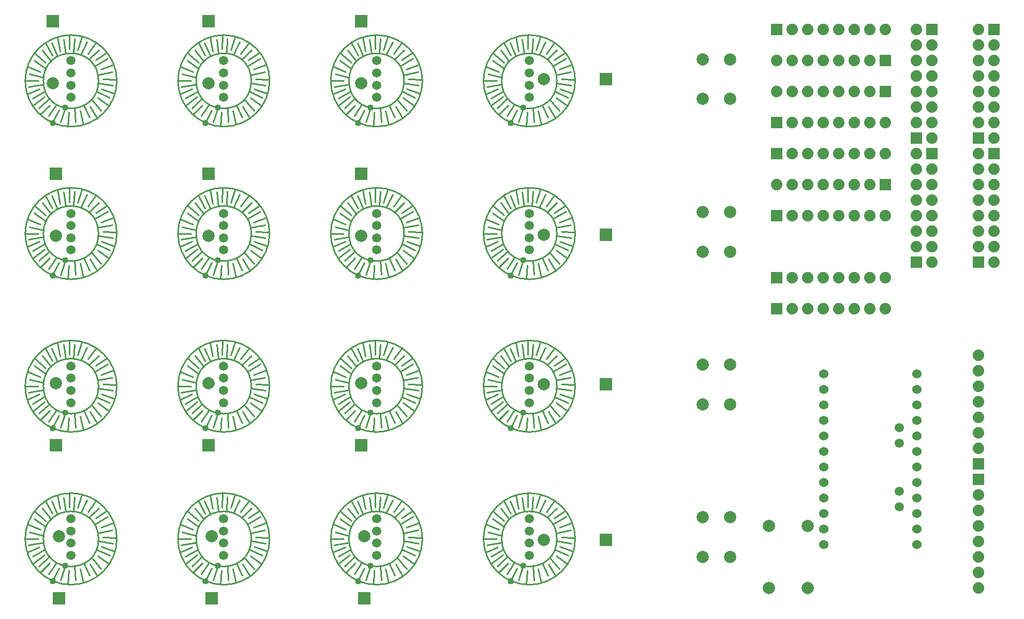
<source format=gts>
G04 #@! TF.FileFunction,Soldermask,Top*
%FSLAX46Y46*%
G04 Gerber Fmt 4.6, Leading zero omitted, Abs format (unit mm)*
G04 Created by KiCad (PCBNEW 4.0.4-stable) date 11/18/16 11:44:02*
%MOMM*%
%LPD*%
G01*
G04 APERTURE LIST*
%ADD10C,0.100000*%
%ADD11C,0.254000*%
%ADD12C,1.998980*%
%ADD13R,1.998980X1.998980*%
%ADD14R,1.879600X1.879600*%
%ADD15C,1.879600*%
%ADD16C,1.508000*%
%ADD17C,1.016000*%
%ADD18C,2.000000*%
%ADD19C,1.524000*%
%ADD20C,1.500000*%
G04 APERTURE END LIST*
D10*
D11*
X70760000Y-146090000D02*
X71520000Y-143720000D01*
X71990000Y-146770000D02*
X72130000Y-144480000D01*
X73250000Y-146060000D02*
X73100000Y-143760000D01*
X73970000Y-144190000D02*
X74480000Y-146470000D01*
X75520000Y-145310000D02*
X74580000Y-143310000D01*
X76780000Y-145420000D02*
X75630000Y-143470000D01*
X75840000Y-142350000D02*
X77420000Y-144220000D01*
X76870000Y-142060000D02*
X78720000Y-143400000D01*
X78810000Y-142040000D02*
X76750000Y-141050000D01*
X77450000Y-140590000D02*
X79630000Y-141350000D01*
X79340000Y-140010000D02*
X77010000Y-139660000D01*
X77710000Y-139010000D02*
X79940000Y-139080000D01*
X79260000Y-137860000D02*
X76910000Y-138320000D01*
X77380000Y-137450000D02*
X79430000Y-136670000D01*
X78480000Y-135670000D02*
X76340000Y-136920000D01*
X76560000Y-135930000D02*
X78340000Y-134730000D01*
X75400000Y-135840000D02*
X77020000Y-134290000D01*
X75280000Y-134860000D02*
X76580000Y-133110000D01*
X74070000Y-135070000D02*
X75120000Y-132940000D01*
X73620000Y-134250000D02*
X74300000Y-132130000D01*
X72930000Y-134790000D02*
X73090000Y-132430000D01*
X72230000Y-134130000D02*
X72260000Y-131840000D01*
X71640000Y-134830000D02*
X71320000Y-132490000D01*
X70680000Y-134410000D02*
X70260000Y-132170000D01*
X70320000Y-135270000D02*
X69350000Y-133100000D01*
X69450000Y-135160000D02*
X68360000Y-133130000D01*
X69230000Y-136110000D02*
X67800000Y-134290000D01*
X66580000Y-134770000D02*
X68360000Y-136330000D01*
X68400000Y-137300000D02*
X66490000Y-135960000D01*
X67480000Y-137800000D02*
X65460000Y-136960000D01*
X67990000Y-138740000D02*
X65710000Y-138200000D01*
X67130000Y-139300000D02*
X65010000Y-139300000D01*
X68020000Y-139880000D02*
X65550000Y-140290000D01*
X67320000Y-140620000D02*
X65350000Y-141480000D01*
X66220000Y-142150000D02*
X68200000Y-141040000D01*
X66260000Y-143340000D02*
X68140000Y-141890000D01*
X67260000Y-143740000D02*
X68980000Y-142180000D01*
X67490000Y-144820000D02*
X69000000Y-143300000D01*
X68840000Y-145070000D02*
X70070000Y-143210000D01*
X69470000Y-146140000D02*
X70500000Y-144080000D01*
X70760000Y-121090000D02*
X71520000Y-118720000D01*
X71990000Y-121770000D02*
X72130000Y-119480000D01*
X73250000Y-121060000D02*
X73100000Y-118760000D01*
X73970000Y-119190000D02*
X74480000Y-121470000D01*
X75520000Y-120310000D02*
X74580000Y-118310000D01*
X76780000Y-120420000D02*
X75630000Y-118470000D01*
X75840000Y-117350000D02*
X77420000Y-119220000D01*
X76870000Y-117060000D02*
X78720000Y-118400000D01*
X78810000Y-117040000D02*
X76750000Y-116050000D01*
X77450000Y-115590000D02*
X79630000Y-116350000D01*
X79340000Y-115010000D02*
X77010000Y-114660000D01*
X77710000Y-114010000D02*
X79940000Y-114080000D01*
X79260000Y-112860000D02*
X76910000Y-113320000D01*
X77380000Y-112450000D02*
X79430000Y-111670000D01*
X78480000Y-110670000D02*
X76340000Y-111920000D01*
X76560000Y-110930000D02*
X78340000Y-109730000D01*
X75400000Y-110840000D02*
X77020000Y-109290000D01*
X75280000Y-109860000D02*
X76580000Y-108110000D01*
X74070000Y-110070000D02*
X75120000Y-107940000D01*
X73620000Y-109250000D02*
X74300000Y-107130000D01*
X72930000Y-109790000D02*
X73090000Y-107430000D01*
X72230000Y-109130000D02*
X72260000Y-106840000D01*
X71640000Y-109830000D02*
X71320000Y-107490000D01*
X70680000Y-109410000D02*
X70260000Y-107170000D01*
X70320000Y-110270000D02*
X69350000Y-108100000D01*
X69450000Y-110160000D02*
X68360000Y-108130000D01*
X69230000Y-111110000D02*
X67800000Y-109290000D01*
X66580000Y-109770000D02*
X68360000Y-111330000D01*
X68400000Y-112300000D02*
X66490000Y-110960000D01*
X67480000Y-112800000D02*
X65460000Y-111960000D01*
X67990000Y-113740000D02*
X65710000Y-113200000D01*
X67130000Y-114300000D02*
X65010000Y-114300000D01*
X68020000Y-114880000D02*
X65550000Y-115290000D01*
X67320000Y-115620000D02*
X65350000Y-116480000D01*
X66220000Y-117150000D02*
X68200000Y-116040000D01*
X66260000Y-118340000D02*
X68140000Y-116890000D01*
X67260000Y-118740000D02*
X68980000Y-117180000D01*
X67490000Y-119820000D02*
X69000000Y-118300000D01*
X68840000Y-120070000D02*
X70070000Y-118210000D01*
X69470000Y-121140000D02*
X70500000Y-119080000D01*
X95760000Y-146090000D02*
X96520000Y-143720000D01*
X96990000Y-146770000D02*
X97130000Y-144480000D01*
X98250000Y-146060000D02*
X98100000Y-143760000D01*
X98970000Y-144190000D02*
X99480000Y-146470000D01*
X100520000Y-145310000D02*
X99580000Y-143310000D01*
X101780000Y-145420000D02*
X100630000Y-143470000D01*
X100840000Y-142350000D02*
X102420000Y-144220000D01*
X101870000Y-142060000D02*
X103720000Y-143400000D01*
X103810000Y-142040000D02*
X101750000Y-141050000D01*
X102450000Y-140590000D02*
X104630000Y-141350000D01*
X104340000Y-140010000D02*
X102010000Y-139660000D01*
X102710000Y-139010000D02*
X104940000Y-139080000D01*
X104260000Y-137860000D02*
X101910000Y-138320000D01*
X102380000Y-137450000D02*
X104430000Y-136670000D01*
X103480000Y-135670000D02*
X101340000Y-136920000D01*
X101560000Y-135930000D02*
X103340000Y-134730000D01*
X100400000Y-135840000D02*
X102020000Y-134290000D01*
X100280000Y-134860000D02*
X101580000Y-133110000D01*
X99070000Y-135070000D02*
X100120000Y-132940000D01*
X98620000Y-134250000D02*
X99300000Y-132130000D01*
X97930000Y-134790000D02*
X98090000Y-132430000D01*
X97230000Y-134130000D02*
X97260000Y-131840000D01*
X96640000Y-134830000D02*
X96320000Y-132490000D01*
X95680000Y-134410000D02*
X95260000Y-132170000D01*
X95320000Y-135270000D02*
X94350000Y-133100000D01*
X94450000Y-135160000D02*
X93360000Y-133130000D01*
X94230000Y-136110000D02*
X92800000Y-134290000D01*
X91580000Y-134770000D02*
X93360000Y-136330000D01*
X93400000Y-137300000D02*
X91490000Y-135960000D01*
X92480000Y-137800000D02*
X90460000Y-136960000D01*
X92990000Y-138740000D02*
X90710000Y-138200000D01*
X92130000Y-139300000D02*
X90010000Y-139300000D01*
X93020000Y-139880000D02*
X90550000Y-140290000D01*
X92320000Y-140620000D02*
X90350000Y-141480000D01*
X91220000Y-142150000D02*
X93200000Y-141040000D01*
X91260000Y-143340000D02*
X93140000Y-141890000D01*
X92260000Y-143740000D02*
X93980000Y-142180000D01*
X92490000Y-144820000D02*
X94000000Y-143300000D01*
X93840000Y-145070000D02*
X95070000Y-143210000D01*
X94470000Y-146140000D02*
X95500000Y-144080000D01*
X95760000Y-121090000D02*
X96520000Y-118720000D01*
X96990000Y-121770000D02*
X97130000Y-119480000D01*
X98250000Y-121060000D02*
X98100000Y-118760000D01*
X98970000Y-119190000D02*
X99480000Y-121470000D01*
X100520000Y-120310000D02*
X99580000Y-118310000D01*
X101780000Y-120420000D02*
X100630000Y-118470000D01*
X100840000Y-117350000D02*
X102420000Y-119220000D01*
X101870000Y-117060000D02*
X103720000Y-118400000D01*
X103810000Y-117040000D02*
X101750000Y-116050000D01*
X102450000Y-115590000D02*
X104630000Y-116350000D01*
X104340000Y-115010000D02*
X102010000Y-114660000D01*
X102710000Y-114010000D02*
X104940000Y-114080000D01*
X104260000Y-112860000D02*
X101910000Y-113320000D01*
X102380000Y-112450000D02*
X104430000Y-111670000D01*
X103480000Y-110670000D02*
X101340000Y-111920000D01*
X101560000Y-110930000D02*
X103340000Y-109730000D01*
X100400000Y-110840000D02*
X102020000Y-109290000D01*
X100280000Y-109860000D02*
X101580000Y-108110000D01*
X99070000Y-110070000D02*
X100120000Y-107940000D01*
X98620000Y-109250000D02*
X99300000Y-107130000D01*
X97930000Y-109790000D02*
X98090000Y-107430000D01*
X97230000Y-109130000D02*
X97260000Y-106840000D01*
X96640000Y-109830000D02*
X96320000Y-107490000D01*
X95680000Y-109410000D02*
X95260000Y-107170000D01*
X95320000Y-110270000D02*
X94350000Y-108100000D01*
X94450000Y-110160000D02*
X93360000Y-108130000D01*
X94230000Y-111110000D02*
X92800000Y-109290000D01*
X91580000Y-109770000D02*
X93360000Y-111330000D01*
X93400000Y-112300000D02*
X91490000Y-110960000D01*
X92480000Y-112800000D02*
X90460000Y-111960000D01*
X92990000Y-113740000D02*
X90710000Y-113200000D01*
X92130000Y-114300000D02*
X90010000Y-114300000D01*
X93020000Y-114880000D02*
X90550000Y-115290000D01*
X92320000Y-115620000D02*
X90350000Y-116480000D01*
X91220000Y-117150000D02*
X93200000Y-116040000D01*
X91260000Y-118340000D02*
X93140000Y-116890000D01*
X92260000Y-118740000D02*
X93980000Y-117180000D01*
X92490000Y-119820000D02*
X94000000Y-118300000D01*
X93840000Y-120070000D02*
X95070000Y-118210000D01*
X94470000Y-121140000D02*
X95500000Y-119080000D01*
X77000600Y-139300000D02*
G75*
G03X77000600Y-139300000I-4510600J0D01*
G01*
X79999800Y-139300000D02*
G75*
G03X79999800Y-139300000I-7499800J0D01*
G01*
X77000600Y-114300000D02*
G75*
G03X77000600Y-114300000I-4510600J0D01*
G01*
X79999800Y-114300000D02*
G75*
G03X79999800Y-114300000I-7499800J0D01*
G01*
X102000600Y-139300000D02*
G75*
G03X102000600Y-139300000I-4510600J0D01*
G01*
X104999800Y-139300000D02*
G75*
G03X104999800Y-139300000I-7499800J0D01*
G01*
X102000600Y-114300000D02*
G75*
G03X102000600Y-114300000I-4510600J0D01*
G01*
X104999800Y-114300000D02*
G75*
G03X104999800Y-114300000I-7499800J0D01*
G01*
X70760000Y-96090000D02*
X71520000Y-93720000D01*
X71990000Y-96770000D02*
X72130000Y-94480000D01*
X73250000Y-96060000D02*
X73100000Y-93760000D01*
X73970000Y-94190000D02*
X74480000Y-96470000D01*
X75520000Y-95310000D02*
X74580000Y-93310000D01*
X76780000Y-95420000D02*
X75630000Y-93470000D01*
X75840000Y-92350000D02*
X77420000Y-94220000D01*
X76870000Y-92060000D02*
X78720000Y-93400000D01*
X78810000Y-92040000D02*
X76750000Y-91050000D01*
X77450000Y-90590000D02*
X79630000Y-91350000D01*
X79340000Y-90010000D02*
X77010000Y-89660000D01*
X77710000Y-89010000D02*
X79940000Y-89080000D01*
X79260000Y-87860000D02*
X76910000Y-88320000D01*
X77380000Y-87450000D02*
X79430000Y-86670000D01*
X78480000Y-85670000D02*
X76340000Y-86920000D01*
X76560000Y-85930000D02*
X78340000Y-84730000D01*
X75400000Y-85840000D02*
X77020000Y-84290000D01*
X75280000Y-84860000D02*
X76580000Y-83110000D01*
X74070000Y-85070000D02*
X75120000Y-82940000D01*
X73620000Y-84250000D02*
X74300000Y-82130000D01*
X72930000Y-84790000D02*
X73090000Y-82430000D01*
X72230000Y-84130000D02*
X72260000Y-81840000D01*
X71640000Y-84830000D02*
X71320000Y-82490000D01*
X70680000Y-84410000D02*
X70260000Y-82170000D01*
X70320000Y-85270000D02*
X69350000Y-83100000D01*
X69450000Y-85160000D02*
X68360000Y-83130000D01*
X69230000Y-86110000D02*
X67800000Y-84290000D01*
X66580000Y-84770000D02*
X68360000Y-86330000D01*
X68400000Y-87300000D02*
X66490000Y-85960000D01*
X67480000Y-87800000D02*
X65460000Y-86960000D01*
X67990000Y-88740000D02*
X65710000Y-88200000D01*
X67130000Y-89300000D02*
X65010000Y-89300000D01*
X68020000Y-89880000D02*
X65550000Y-90290000D01*
X67320000Y-90620000D02*
X65350000Y-91480000D01*
X66220000Y-92150000D02*
X68200000Y-91040000D01*
X66260000Y-93340000D02*
X68140000Y-91890000D01*
X67260000Y-93740000D02*
X68980000Y-92180000D01*
X67490000Y-94820000D02*
X69000000Y-93300000D01*
X68840000Y-95070000D02*
X70070000Y-93210000D01*
X69470000Y-96140000D02*
X70500000Y-94080000D01*
X70760000Y-71090000D02*
X71520000Y-68720000D01*
X71990000Y-71770000D02*
X72130000Y-69480000D01*
X73250000Y-71060000D02*
X73100000Y-68760000D01*
X73970000Y-69190000D02*
X74480000Y-71470000D01*
X75520000Y-70310000D02*
X74580000Y-68310000D01*
X76780000Y-70420000D02*
X75630000Y-68470000D01*
X75840000Y-67350000D02*
X77420000Y-69220000D01*
X76870000Y-67060000D02*
X78720000Y-68400000D01*
X78810000Y-67040000D02*
X76750000Y-66050000D01*
X77450000Y-65590000D02*
X79630000Y-66350000D01*
X79340000Y-65010000D02*
X77010000Y-64660000D01*
X77710000Y-64010000D02*
X79940000Y-64080000D01*
X79260000Y-62860000D02*
X76910000Y-63320000D01*
X77380000Y-62450000D02*
X79430000Y-61670000D01*
X78480000Y-60670000D02*
X76340000Y-61920000D01*
X76560000Y-60930000D02*
X78340000Y-59730000D01*
X75400000Y-60840000D02*
X77020000Y-59290000D01*
X75280000Y-59860000D02*
X76580000Y-58110000D01*
X74070000Y-60070000D02*
X75120000Y-57940000D01*
X73620000Y-59250000D02*
X74300000Y-57130000D01*
X72930000Y-59790000D02*
X73090000Y-57430000D01*
X72230000Y-59130000D02*
X72260000Y-56840000D01*
X71640000Y-59830000D02*
X71320000Y-57490000D01*
X70680000Y-59410000D02*
X70260000Y-57170000D01*
X70320000Y-60270000D02*
X69350000Y-58100000D01*
X69450000Y-60160000D02*
X68360000Y-58130000D01*
X69230000Y-61110000D02*
X67800000Y-59290000D01*
X66580000Y-59770000D02*
X68360000Y-61330000D01*
X68400000Y-62300000D02*
X66490000Y-60960000D01*
X67480000Y-62800000D02*
X65460000Y-61960000D01*
X67990000Y-63740000D02*
X65710000Y-63200000D01*
X67130000Y-64300000D02*
X65010000Y-64300000D01*
X68020000Y-64880000D02*
X65550000Y-65290000D01*
X67320000Y-65620000D02*
X65350000Y-66480000D01*
X66220000Y-67150000D02*
X68200000Y-66040000D01*
X66260000Y-68340000D02*
X68140000Y-66890000D01*
X67260000Y-68740000D02*
X68980000Y-67180000D01*
X67490000Y-69820000D02*
X69000000Y-68300000D01*
X68840000Y-70070000D02*
X70070000Y-68210000D01*
X69470000Y-71140000D02*
X70500000Y-69080000D01*
X95760000Y-96090000D02*
X96520000Y-93720000D01*
X96990000Y-96770000D02*
X97130000Y-94480000D01*
X98250000Y-96060000D02*
X98100000Y-93760000D01*
X98970000Y-94190000D02*
X99480000Y-96470000D01*
X100520000Y-95310000D02*
X99580000Y-93310000D01*
X101780000Y-95420000D02*
X100630000Y-93470000D01*
X100840000Y-92350000D02*
X102420000Y-94220000D01*
X101870000Y-92060000D02*
X103720000Y-93400000D01*
X103810000Y-92040000D02*
X101750000Y-91050000D01*
X102450000Y-90590000D02*
X104630000Y-91350000D01*
X104340000Y-90010000D02*
X102010000Y-89660000D01*
X102710000Y-89010000D02*
X104940000Y-89080000D01*
X104260000Y-87860000D02*
X101910000Y-88320000D01*
X102380000Y-87450000D02*
X104430000Y-86670000D01*
X103480000Y-85670000D02*
X101340000Y-86920000D01*
X101560000Y-85930000D02*
X103340000Y-84730000D01*
X100400000Y-85840000D02*
X102020000Y-84290000D01*
X100280000Y-84860000D02*
X101580000Y-83110000D01*
X99070000Y-85070000D02*
X100120000Y-82940000D01*
X98620000Y-84250000D02*
X99300000Y-82130000D01*
X97930000Y-84790000D02*
X98090000Y-82430000D01*
X97230000Y-84130000D02*
X97260000Y-81840000D01*
X96640000Y-84830000D02*
X96320000Y-82490000D01*
X95680000Y-84410000D02*
X95260000Y-82170000D01*
X95320000Y-85270000D02*
X94350000Y-83100000D01*
X94450000Y-85160000D02*
X93360000Y-83130000D01*
X94230000Y-86110000D02*
X92800000Y-84290000D01*
X91580000Y-84770000D02*
X93360000Y-86330000D01*
X93400000Y-87300000D02*
X91490000Y-85960000D01*
X92480000Y-87800000D02*
X90460000Y-86960000D01*
X92990000Y-88740000D02*
X90710000Y-88200000D01*
X92130000Y-89300000D02*
X90010000Y-89300000D01*
X93020000Y-89880000D02*
X90550000Y-90290000D01*
X92320000Y-90620000D02*
X90350000Y-91480000D01*
X91220000Y-92150000D02*
X93200000Y-91040000D01*
X91260000Y-93340000D02*
X93140000Y-91890000D01*
X92260000Y-93740000D02*
X93980000Y-92180000D01*
X92490000Y-94820000D02*
X94000000Y-93300000D01*
X93840000Y-95070000D02*
X95070000Y-93210000D01*
X94470000Y-96140000D02*
X95500000Y-94080000D01*
X95760000Y-71090000D02*
X96520000Y-68720000D01*
X96990000Y-71770000D02*
X97130000Y-69480000D01*
X98250000Y-71060000D02*
X98100000Y-68760000D01*
X98970000Y-69190000D02*
X99480000Y-71470000D01*
X100520000Y-70310000D02*
X99580000Y-68310000D01*
X101780000Y-70420000D02*
X100630000Y-68470000D01*
X100840000Y-67350000D02*
X102420000Y-69220000D01*
X101870000Y-67060000D02*
X103720000Y-68400000D01*
X103810000Y-67040000D02*
X101750000Y-66050000D01*
X102450000Y-65590000D02*
X104630000Y-66350000D01*
X104340000Y-65010000D02*
X102010000Y-64660000D01*
X102710000Y-64010000D02*
X104940000Y-64080000D01*
X104260000Y-62860000D02*
X101910000Y-63320000D01*
X102380000Y-62450000D02*
X104430000Y-61670000D01*
X103480000Y-60670000D02*
X101340000Y-61920000D01*
X101560000Y-60930000D02*
X103340000Y-59730000D01*
X100400000Y-60840000D02*
X102020000Y-59290000D01*
X100280000Y-59860000D02*
X101580000Y-58110000D01*
X99070000Y-60070000D02*
X100120000Y-57940000D01*
X98620000Y-59250000D02*
X99300000Y-57130000D01*
X97930000Y-59790000D02*
X98090000Y-57430000D01*
X97230000Y-59130000D02*
X97260000Y-56840000D01*
X96640000Y-59830000D02*
X96320000Y-57490000D01*
X95680000Y-59410000D02*
X95260000Y-57170000D01*
X95320000Y-60270000D02*
X94350000Y-58100000D01*
X94450000Y-60160000D02*
X93360000Y-58130000D01*
X94230000Y-61110000D02*
X92800000Y-59290000D01*
X91580000Y-59770000D02*
X93360000Y-61330000D01*
X93400000Y-62300000D02*
X91490000Y-60960000D01*
X92480000Y-62800000D02*
X90460000Y-61960000D01*
X92990000Y-63740000D02*
X90710000Y-63200000D01*
X92130000Y-64300000D02*
X90010000Y-64300000D01*
X93020000Y-64880000D02*
X90550000Y-65290000D01*
X92320000Y-65620000D02*
X90350000Y-66480000D01*
X91220000Y-67150000D02*
X93200000Y-66040000D01*
X91260000Y-68340000D02*
X93140000Y-66890000D01*
X92260000Y-68740000D02*
X93980000Y-67180000D01*
X92490000Y-69820000D02*
X94000000Y-68300000D01*
X93840000Y-70070000D02*
X95070000Y-68210000D01*
X94470000Y-71140000D02*
X95500000Y-69080000D01*
X77000600Y-89300000D02*
G75*
G03X77000600Y-89300000I-4510600J0D01*
G01*
X79999800Y-89300000D02*
G75*
G03X79999800Y-89300000I-7499800J0D01*
G01*
X77000600Y-64300000D02*
G75*
G03X77000600Y-64300000I-4510600J0D01*
G01*
X79999800Y-64300000D02*
G75*
G03X79999800Y-64300000I-7499800J0D01*
G01*
X102000600Y-89300000D02*
G75*
G03X102000600Y-89300000I-4510600J0D01*
G01*
X104999800Y-89300000D02*
G75*
G03X104999800Y-89300000I-7499800J0D01*
G01*
X102000600Y-64300000D02*
G75*
G03X102000600Y-64300000I-4510600J0D01*
G01*
X104999800Y-64300000D02*
G75*
G03X104999800Y-64300000I-7499800J0D01*
G01*
X120760000Y-146090000D02*
X121520000Y-143720000D01*
X121990000Y-146770000D02*
X122130000Y-144480000D01*
X123250000Y-146060000D02*
X123100000Y-143760000D01*
X123970000Y-144190000D02*
X124480000Y-146470000D01*
X125520000Y-145310000D02*
X124580000Y-143310000D01*
X126780000Y-145420000D02*
X125630000Y-143470000D01*
X125840000Y-142350000D02*
X127420000Y-144220000D01*
X126870000Y-142060000D02*
X128720000Y-143400000D01*
X128810000Y-142040000D02*
X126750000Y-141050000D01*
X127450000Y-140590000D02*
X129630000Y-141350000D01*
X129340000Y-140010000D02*
X127010000Y-139660000D01*
X127710000Y-139010000D02*
X129940000Y-139080000D01*
X129260000Y-137860000D02*
X126910000Y-138320000D01*
X127380000Y-137450000D02*
X129430000Y-136670000D01*
X128480000Y-135670000D02*
X126340000Y-136920000D01*
X126560000Y-135930000D02*
X128340000Y-134730000D01*
X125400000Y-135840000D02*
X127020000Y-134290000D01*
X125280000Y-134860000D02*
X126580000Y-133110000D01*
X124070000Y-135070000D02*
X125120000Y-132940000D01*
X123620000Y-134250000D02*
X124300000Y-132130000D01*
X122930000Y-134790000D02*
X123090000Y-132430000D01*
X122230000Y-134130000D02*
X122260000Y-131840000D01*
X121640000Y-134830000D02*
X121320000Y-132490000D01*
X120680000Y-134410000D02*
X120260000Y-132170000D01*
X120320000Y-135270000D02*
X119350000Y-133100000D01*
X119450000Y-135160000D02*
X118360000Y-133130000D01*
X119230000Y-136110000D02*
X117800000Y-134290000D01*
X116580000Y-134770000D02*
X118360000Y-136330000D01*
X118400000Y-137300000D02*
X116490000Y-135960000D01*
X117480000Y-137800000D02*
X115460000Y-136960000D01*
X117990000Y-138740000D02*
X115710000Y-138200000D01*
X117130000Y-139300000D02*
X115010000Y-139300000D01*
X118020000Y-139880000D02*
X115550000Y-140290000D01*
X117320000Y-140620000D02*
X115350000Y-141480000D01*
X116220000Y-142150000D02*
X118200000Y-141040000D01*
X116260000Y-143340000D02*
X118140000Y-141890000D01*
X117260000Y-143740000D02*
X118980000Y-142180000D01*
X117490000Y-144820000D02*
X119000000Y-143300000D01*
X118840000Y-145070000D02*
X120070000Y-143210000D01*
X119470000Y-146140000D02*
X120500000Y-144080000D01*
X120760000Y-121090000D02*
X121520000Y-118720000D01*
X121990000Y-121770000D02*
X122130000Y-119480000D01*
X123250000Y-121060000D02*
X123100000Y-118760000D01*
X123970000Y-119190000D02*
X124480000Y-121470000D01*
X125520000Y-120310000D02*
X124580000Y-118310000D01*
X126780000Y-120420000D02*
X125630000Y-118470000D01*
X125840000Y-117350000D02*
X127420000Y-119220000D01*
X126870000Y-117060000D02*
X128720000Y-118400000D01*
X128810000Y-117040000D02*
X126750000Y-116050000D01*
X127450000Y-115590000D02*
X129630000Y-116350000D01*
X129340000Y-115010000D02*
X127010000Y-114660000D01*
X127710000Y-114010000D02*
X129940000Y-114080000D01*
X129260000Y-112860000D02*
X126910000Y-113320000D01*
X127380000Y-112450000D02*
X129430000Y-111670000D01*
X128480000Y-110670000D02*
X126340000Y-111920000D01*
X126560000Y-110930000D02*
X128340000Y-109730000D01*
X125400000Y-110840000D02*
X127020000Y-109290000D01*
X125280000Y-109860000D02*
X126580000Y-108110000D01*
X124070000Y-110070000D02*
X125120000Y-107940000D01*
X123620000Y-109250000D02*
X124300000Y-107130000D01*
X122930000Y-109790000D02*
X123090000Y-107430000D01*
X122230000Y-109130000D02*
X122260000Y-106840000D01*
X121640000Y-109830000D02*
X121320000Y-107490000D01*
X120680000Y-109410000D02*
X120260000Y-107170000D01*
X120320000Y-110270000D02*
X119350000Y-108100000D01*
X119450000Y-110160000D02*
X118360000Y-108130000D01*
X119230000Y-111110000D02*
X117800000Y-109290000D01*
X116580000Y-109770000D02*
X118360000Y-111330000D01*
X118400000Y-112300000D02*
X116490000Y-110960000D01*
X117480000Y-112800000D02*
X115460000Y-111960000D01*
X117990000Y-113740000D02*
X115710000Y-113200000D01*
X117130000Y-114300000D02*
X115010000Y-114300000D01*
X118020000Y-114880000D02*
X115550000Y-115290000D01*
X117320000Y-115620000D02*
X115350000Y-116480000D01*
X116220000Y-117150000D02*
X118200000Y-116040000D01*
X116260000Y-118340000D02*
X118140000Y-116890000D01*
X117260000Y-118740000D02*
X118980000Y-117180000D01*
X117490000Y-119820000D02*
X119000000Y-118300000D01*
X118840000Y-120070000D02*
X120070000Y-118210000D01*
X119470000Y-121140000D02*
X120500000Y-119080000D01*
X145760000Y-146090000D02*
X146520000Y-143720000D01*
X146990000Y-146770000D02*
X147130000Y-144480000D01*
X148250000Y-146060000D02*
X148100000Y-143760000D01*
X148970000Y-144190000D02*
X149480000Y-146470000D01*
X150520000Y-145310000D02*
X149580000Y-143310000D01*
X151780000Y-145420000D02*
X150630000Y-143470000D01*
X150840000Y-142350000D02*
X152420000Y-144220000D01*
X151870000Y-142060000D02*
X153720000Y-143400000D01*
X153810000Y-142040000D02*
X151750000Y-141050000D01*
X152450000Y-140590000D02*
X154630000Y-141350000D01*
X154340000Y-140010000D02*
X152010000Y-139660000D01*
X152710000Y-139010000D02*
X154940000Y-139080000D01*
X154260000Y-137860000D02*
X151910000Y-138320000D01*
X152380000Y-137450000D02*
X154430000Y-136670000D01*
X153480000Y-135670000D02*
X151340000Y-136920000D01*
X151560000Y-135930000D02*
X153340000Y-134730000D01*
X150400000Y-135840000D02*
X152020000Y-134290000D01*
X150280000Y-134860000D02*
X151580000Y-133110000D01*
X149070000Y-135070000D02*
X150120000Y-132940000D01*
X148620000Y-134250000D02*
X149300000Y-132130000D01*
X147930000Y-134790000D02*
X148090000Y-132430000D01*
X147230000Y-134130000D02*
X147260000Y-131840000D01*
X146640000Y-134830000D02*
X146320000Y-132490000D01*
X145680000Y-134410000D02*
X145260000Y-132170000D01*
X145320000Y-135270000D02*
X144350000Y-133100000D01*
X144450000Y-135160000D02*
X143360000Y-133130000D01*
X144230000Y-136110000D02*
X142800000Y-134290000D01*
X141580000Y-134770000D02*
X143360000Y-136330000D01*
X143400000Y-137300000D02*
X141490000Y-135960000D01*
X142480000Y-137800000D02*
X140460000Y-136960000D01*
X142990000Y-138740000D02*
X140710000Y-138200000D01*
X142130000Y-139300000D02*
X140010000Y-139300000D01*
X143020000Y-139880000D02*
X140550000Y-140290000D01*
X142320000Y-140620000D02*
X140350000Y-141480000D01*
X141220000Y-142150000D02*
X143200000Y-141040000D01*
X141260000Y-143340000D02*
X143140000Y-141890000D01*
X142260000Y-143740000D02*
X143980000Y-142180000D01*
X142490000Y-144820000D02*
X144000000Y-143300000D01*
X143840000Y-145070000D02*
X145070000Y-143210000D01*
X144470000Y-146140000D02*
X145500000Y-144080000D01*
X145760000Y-121090000D02*
X146520000Y-118720000D01*
X146990000Y-121770000D02*
X147130000Y-119480000D01*
X148250000Y-121060000D02*
X148100000Y-118760000D01*
X148970000Y-119190000D02*
X149480000Y-121470000D01*
X150520000Y-120310000D02*
X149580000Y-118310000D01*
X151780000Y-120420000D02*
X150630000Y-118470000D01*
X150840000Y-117350000D02*
X152420000Y-119220000D01*
X151870000Y-117060000D02*
X153720000Y-118400000D01*
X153810000Y-117040000D02*
X151750000Y-116050000D01*
X152450000Y-115590000D02*
X154630000Y-116350000D01*
X154340000Y-115010000D02*
X152010000Y-114660000D01*
X152710000Y-114010000D02*
X154940000Y-114080000D01*
X154260000Y-112860000D02*
X151910000Y-113320000D01*
X152380000Y-112450000D02*
X154430000Y-111670000D01*
X153480000Y-110670000D02*
X151340000Y-111920000D01*
X151560000Y-110930000D02*
X153340000Y-109730000D01*
X150400000Y-110840000D02*
X152020000Y-109290000D01*
X150280000Y-109860000D02*
X151580000Y-108110000D01*
X149070000Y-110070000D02*
X150120000Y-107940000D01*
X148620000Y-109250000D02*
X149300000Y-107130000D01*
X147930000Y-109790000D02*
X148090000Y-107430000D01*
X147230000Y-109130000D02*
X147260000Y-106840000D01*
X146640000Y-109830000D02*
X146320000Y-107490000D01*
X145680000Y-109410000D02*
X145260000Y-107170000D01*
X145320000Y-110270000D02*
X144350000Y-108100000D01*
X144450000Y-110160000D02*
X143360000Y-108130000D01*
X144230000Y-111110000D02*
X142800000Y-109290000D01*
X141580000Y-109770000D02*
X143360000Y-111330000D01*
X143400000Y-112300000D02*
X141490000Y-110960000D01*
X142480000Y-112800000D02*
X140460000Y-111960000D01*
X142990000Y-113740000D02*
X140710000Y-113200000D01*
X142130000Y-114300000D02*
X140010000Y-114300000D01*
X143020000Y-114880000D02*
X140550000Y-115290000D01*
X142320000Y-115620000D02*
X140350000Y-116480000D01*
X141220000Y-117150000D02*
X143200000Y-116040000D01*
X141260000Y-118340000D02*
X143140000Y-116890000D01*
X142260000Y-118740000D02*
X143980000Y-117180000D01*
X142490000Y-119820000D02*
X144000000Y-118300000D01*
X143840000Y-120070000D02*
X145070000Y-118210000D01*
X144470000Y-121140000D02*
X145500000Y-119080000D01*
X127000600Y-139300000D02*
G75*
G03X127000600Y-139300000I-4510600J0D01*
G01*
X129999800Y-139300000D02*
G75*
G03X129999800Y-139300000I-7499800J0D01*
G01*
X127000600Y-114300000D02*
G75*
G03X127000600Y-114300000I-4510600J0D01*
G01*
X129999800Y-114300000D02*
G75*
G03X129999800Y-114300000I-7499800J0D01*
G01*
X152000600Y-139300000D02*
G75*
G03X152000600Y-139300000I-4510600J0D01*
G01*
X154999800Y-139300000D02*
G75*
G03X154999800Y-139300000I-7499800J0D01*
G01*
X152000600Y-114300000D02*
G75*
G03X152000600Y-114300000I-4510600J0D01*
G01*
X154999800Y-114300000D02*
G75*
G03X154999800Y-114300000I-7499800J0D01*
G01*
X120760000Y-96090000D02*
X121520000Y-93720000D01*
X121990000Y-96770000D02*
X122130000Y-94480000D01*
X123250000Y-96060000D02*
X123100000Y-93760000D01*
X123970000Y-94190000D02*
X124480000Y-96470000D01*
X125520000Y-95310000D02*
X124580000Y-93310000D01*
X126780000Y-95420000D02*
X125630000Y-93470000D01*
X125840000Y-92350000D02*
X127420000Y-94220000D01*
X126870000Y-92060000D02*
X128720000Y-93400000D01*
X128810000Y-92040000D02*
X126750000Y-91050000D01*
X127450000Y-90590000D02*
X129630000Y-91350000D01*
X129340000Y-90010000D02*
X127010000Y-89660000D01*
X127710000Y-89010000D02*
X129940000Y-89080000D01*
X129260000Y-87860000D02*
X126910000Y-88320000D01*
X127380000Y-87450000D02*
X129430000Y-86670000D01*
X128480000Y-85670000D02*
X126340000Y-86920000D01*
X126560000Y-85930000D02*
X128340000Y-84730000D01*
X125400000Y-85840000D02*
X127020000Y-84290000D01*
X125280000Y-84860000D02*
X126580000Y-83110000D01*
X124070000Y-85070000D02*
X125120000Y-82940000D01*
X123620000Y-84250000D02*
X124300000Y-82130000D01*
X122930000Y-84790000D02*
X123090000Y-82430000D01*
X122230000Y-84130000D02*
X122260000Y-81840000D01*
X121640000Y-84830000D02*
X121320000Y-82490000D01*
X120680000Y-84410000D02*
X120260000Y-82170000D01*
X120320000Y-85270000D02*
X119350000Y-83100000D01*
X119450000Y-85160000D02*
X118360000Y-83130000D01*
X119230000Y-86110000D02*
X117800000Y-84290000D01*
X116580000Y-84770000D02*
X118360000Y-86330000D01*
X118400000Y-87300000D02*
X116490000Y-85960000D01*
X117480000Y-87800000D02*
X115460000Y-86960000D01*
X117990000Y-88740000D02*
X115710000Y-88200000D01*
X117130000Y-89300000D02*
X115010000Y-89300000D01*
X118020000Y-89880000D02*
X115550000Y-90290000D01*
X117320000Y-90620000D02*
X115350000Y-91480000D01*
X116220000Y-92150000D02*
X118200000Y-91040000D01*
X116260000Y-93340000D02*
X118140000Y-91890000D01*
X117260000Y-93740000D02*
X118980000Y-92180000D01*
X117490000Y-94820000D02*
X119000000Y-93300000D01*
X118840000Y-95070000D02*
X120070000Y-93210000D01*
X119470000Y-96140000D02*
X120500000Y-94080000D01*
X120760000Y-71090000D02*
X121520000Y-68720000D01*
X121990000Y-71770000D02*
X122130000Y-69480000D01*
X123250000Y-71060000D02*
X123100000Y-68760000D01*
X123970000Y-69190000D02*
X124480000Y-71470000D01*
X125520000Y-70310000D02*
X124580000Y-68310000D01*
X126780000Y-70420000D02*
X125630000Y-68470000D01*
X125840000Y-67350000D02*
X127420000Y-69220000D01*
X126870000Y-67060000D02*
X128720000Y-68400000D01*
X128810000Y-67040000D02*
X126750000Y-66050000D01*
X127450000Y-65590000D02*
X129630000Y-66350000D01*
X129340000Y-65010000D02*
X127010000Y-64660000D01*
X127710000Y-64010000D02*
X129940000Y-64080000D01*
X129260000Y-62860000D02*
X126910000Y-63320000D01*
X127380000Y-62450000D02*
X129430000Y-61670000D01*
X128480000Y-60670000D02*
X126340000Y-61920000D01*
X126560000Y-60930000D02*
X128340000Y-59730000D01*
X125400000Y-60840000D02*
X127020000Y-59290000D01*
X125280000Y-59860000D02*
X126580000Y-58110000D01*
X124070000Y-60070000D02*
X125120000Y-57940000D01*
X123620000Y-59250000D02*
X124300000Y-57130000D01*
X122930000Y-59790000D02*
X123090000Y-57430000D01*
X122230000Y-59130000D02*
X122260000Y-56840000D01*
X121640000Y-59830000D02*
X121320000Y-57490000D01*
X120680000Y-59410000D02*
X120260000Y-57170000D01*
X120320000Y-60270000D02*
X119350000Y-58100000D01*
X119450000Y-60160000D02*
X118360000Y-58130000D01*
X119230000Y-61110000D02*
X117800000Y-59290000D01*
X116580000Y-59770000D02*
X118360000Y-61330000D01*
X118400000Y-62300000D02*
X116490000Y-60960000D01*
X117480000Y-62800000D02*
X115460000Y-61960000D01*
X117990000Y-63740000D02*
X115710000Y-63200000D01*
X117130000Y-64300000D02*
X115010000Y-64300000D01*
X118020000Y-64880000D02*
X115550000Y-65290000D01*
X117320000Y-65620000D02*
X115350000Y-66480000D01*
X116220000Y-67150000D02*
X118200000Y-66040000D01*
X116260000Y-68340000D02*
X118140000Y-66890000D01*
X117260000Y-68740000D02*
X118980000Y-67180000D01*
X117490000Y-69820000D02*
X119000000Y-68300000D01*
X118840000Y-70070000D02*
X120070000Y-68210000D01*
X119470000Y-71140000D02*
X120500000Y-69080000D01*
X145760000Y-96090000D02*
X146520000Y-93720000D01*
X146990000Y-96770000D02*
X147130000Y-94480000D01*
X148250000Y-96060000D02*
X148100000Y-93760000D01*
X148970000Y-94190000D02*
X149480000Y-96470000D01*
X150520000Y-95310000D02*
X149580000Y-93310000D01*
X151780000Y-95420000D02*
X150630000Y-93470000D01*
X150840000Y-92350000D02*
X152420000Y-94220000D01*
X151870000Y-92060000D02*
X153720000Y-93400000D01*
X153810000Y-92040000D02*
X151750000Y-91050000D01*
X152450000Y-90590000D02*
X154630000Y-91350000D01*
X154340000Y-90010000D02*
X152010000Y-89660000D01*
X152710000Y-89010000D02*
X154940000Y-89080000D01*
X154260000Y-87860000D02*
X151910000Y-88320000D01*
X152380000Y-87450000D02*
X154430000Y-86670000D01*
X153480000Y-85670000D02*
X151340000Y-86920000D01*
X151560000Y-85930000D02*
X153340000Y-84730000D01*
X150400000Y-85840000D02*
X152020000Y-84290000D01*
X150280000Y-84860000D02*
X151580000Y-83110000D01*
X149070000Y-85070000D02*
X150120000Y-82940000D01*
X148620000Y-84250000D02*
X149300000Y-82130000D01*
X147930000Y-84790000D02*
X148090000Y-82430000D01*
X147230000Y-84130000D02*
X147260000Y-81840000D01*
X146640000Y-84830000D02*
X146320000Y-82490000D01*
X145680000Y-84410000D02*
X145260000Y-82170000D01*
X145320000Y-85270000D02*
X144350000Y-83100000D01*
X144450000Y-85160000D02*
X143360000Y-83130000D01*
X144230000Y-86110000D02*
X142800000Y-84290000D01*
X141580000Y-84770000D02*
X143360000Y-86330000D01*
X143400000Y-87300000D02*
X141490000Y-85960000D01*
X142480000Y-87800000D02*
X140460000Y-86960000D01*
X142990000Y-88740000D02*
X140710000Y-88200000D01*
X142130000Y-89300000D02*
X140010000Y-89300000D01*
X143020000Y-89880000D02*
X140550000Y-90290000D01*
X142320000Y-90620000D02*
X140350000Y-91480000D01*
X141220000Y-92150000D02*
X143200000Y-91040000D01*
X141260000Y-93340000D02*
X143140000Y-91890000D01*
X142260000Y-93740000D02*
X143980000Y-92180000D01*
X142490000Y-94820000D02*
X144000000Y-93300000D01*
X143840000Y-95070000D02*
X145070000Y-93210000D01*
X144470000Y-96140000D02*
X145500000Y-94080000D01*
X145760000Y-71090000D02*
X146520000Y-68720000D01*
X146990000Y-71770000D02*
X147130000Y-69480000D01*
X148250000Y-71060000D02*
X148100000Y-68760000D01*
X148970000Y-69190000D02*
X149480000Y-71470000D01*
X150520000Y-70310000D02*
X149580000Y-68310000D01*
X151780000Y-70420000D02*
X150630000Y-68470000D01*
X150840000Y-67350000D02*
X152420000Y-69220000D01*
X151870000Y-67060000D02*
X153720000Y-68400000D01*
X153810000Y-67040000D02*
X151750000Y-66050000D01*
X152450000Y-65590000D02*
X154630000Y-66350000D01*
X154340000Y-65010000D02*
X152010000Y-64660000D01*
X152710000Y-64010000D02*
X154940000Y-64080000D01*
X154260000Y-62860000D02*
X151910000Y-63320000D01*
X152380000Y-62450000D02*
X154430000Y-61670000D01*
X153480000Y-60670000D02*
X151340000Y-61920000D01*
X151560000Y-60930000D02*
X153340000Y-59730000D01*
X150400000Y-60840000D02*
X152020000Y-59290000D01*
X150280000Y-59860000D02*
X151580000Y-58110000D01*
X149070000Y-60070000D02*
X150120000Y-57940000D01*
X148620000Y-59250000D02*
X149300000Y-57130000D01*
X147930000Y-59790000D02*
X148090000Y-57430000D01*
X147230000Y-59130000D02*
X147260000Y-56840000D01*
X146640000Y-59830000D02*
X146320000Y-57490000D01*
X145680000Y-59410000D02*
X145260000Y-57170000D01*
X145320000Y-60270000D02*
X144350000Y-58100000D01*
X144450000Y-60160000D02*
X143360000Y-58130000D01*
X144230000Y-61110000D02*
X142800000Y-59290000D01*
X141580000Y-59770000D02*
X143360000Y-61330000D01*
X143400000Y-62300000D02*
X141490000Y-60960000D01*
X142480000Y-62800000D02*
X140460000Y-61960000D01*
X142990000Y-63740000D02*
X140710000Y-63200000D01*
X142130000Y-64300000D02*
X140010000Y-64300000D01*
X143020000Y-64880000D02*
X140550000Y-65290000D01*
X142320000Y-65620000D02*
X140350000Y-66480000D01*
X141220000Y-67150000D02*
X143200000Y-66040000D01*
X141260000Y-68340000D02*
X143140000Y-66890000D01*
X142260000Y-68740000D02*
X143980000Y-67180000D01*
X142490000Y-69820000D02*
X144000000Y-68300000D01*
X143840000Y-70070000D02*
X145070000Y-68210000D01*
X144470000Y-71140000D02*
X145500000Y-69080000D01*
X127000600Y-89300000D02*
G75*
G03X127000600Y-89300000I-4510600J0D01*
G01*
X129999800Y-89300000D02*
G75*
G03X129999800Y-89300000I-7499800J0D01*
G01*
X127000600Y-64300000D02*
G75*
G03X127000600Y-64300000I-4510600J0D01*
G01*
X129999800Y-64300000D02*
G75*
G03X129999800Y-64300000I-7499800J0D01*
G01*
X152000600Y-89300000D02*
G75*
G03X152000600Y-89300000I-4510600J0D01*
G01*
X154999800Y-89300000D02*
G75*
G03X154999800Y-89300000I-7499800J0D01*
G01*
X152000600Y-64300000D02*
G75*
G03X152000600Y-64300000I-4510600J0D01*
G01*
X154999800Y-64300000D02*
G75*
G03X154999800Y-64300000I-7499800J0D01*
G01*
D12*
X70502540Y-138840000D03*
D13*
X70502540Y-149000000D03*
D12*
X70005040Y-113840000D03*
D13*
X70005040Y-124000000D03*
D12*
X69999960Y-89660000D03*
D13*
X69999960Y-79500000D03*
D12*
X69499960Y-64660000D03*
D13*
X69499960Y-54500000D03*
D12*
X95500040Y-138840000D03*
D13*
X95500040Y-149000000D03*
D12*
X95002540Y-113840000D03*
D13*
X95002540Y-124000000D03*
D12*
X94994960Y-89660000D03*
D13*
X94994960Y-79500000D03*
D12*
X94999960Y-64660000D03*
D13*
X94999960Y-54500000D03*
D12*
X120502540Y-138840000D03*
D13*
X120502540Y-149000000D03*
D12*
X120002540Y-113840000D03*
D13*
X120002540Y-124000000D03*
D12*
X119997460Y-89660000D03*
D13*
X119997460Y-79500000D03*
D12*
X120000460Y-64660000D03*
D13*
X120000460Y-54500000D03*
D12*
X149840000Y-139497460D03*
D13*
X160000000Y-139497460D03*
D12*
X149840000Y-114000460D03*
D13*
X160000000Y-114000460D03*
D12*
X149840000Y-89497460D03*
D13*
X160000000Y-89497460D03*
D12*
X149840000Y-63997460D03*
D13*
X160000000Y-63997460D03*
D14*
X213360000Y-55880000D03*
D15*
X213360000Y-58420000D03*
X213360000Y-60960000D03*
X213360000Y-63500000D03*
X213360000Y-66040000D03*
X213360000Y-68580000D03*
X213360000Y-71120000D03*
X213360000Y-73660000D03*
D14*
X210820000Y-73660000D03*
D15*
X210820000Y-71120000D03*
X210820000Y-68580000D03*
X210820000Y-66040000D03*
X210820000Y-63500000D03*
X210820000Y-60960000D03*
X210820000Y-58420000D03*
X210820000Y-55880000D03*
D16*
X72500000Y-140000000D03*
X72500000Y-138000000D03*
X72500000Y-136000000D03*
X72500000Y-142000000D03*
X72500000Y-115000000D03*
X72500000Y-113000000D03*
X72500000Y-111000000D03*
X72500000Y-117000000D03*
X97500000Y-140000000D03*
X97500000Y-138000000D03*
X97500000Y-136000000D03*
X97500000Y-142000000D03*
D17*
X96519000Y-143672000D03*
X94487000Y-146212000D03*
D16*
X97500000Y-115000000D03*
X97500000Y-113000000D03*
X97500000Y-111000000D03*
X97500000Y-117000000D03*
D17*
X96519000Y-118672000D03*
X94487000Y-121212000D03*
X71519000Y-143672000D03*
X69487000Y-146212000D03*
X71519000Y-118672000D03*
X69487000Y-121212000D03*
D16*
X72500000Y-90000000D03*
X72500000Y-88000000D03*
X72500000Y-86000000D03*
X72500000Y-92000000D03*
X72500000Y-65000000D03*
X72500000Y-63000000D03*
X72500000Y-61000000D03*
X72500000Y-67000000D03*
X97500000Y-90000000D03*
X97500000Y-88000000D03*
X97500000Y-86000000D03*
X97500000Y-92000000D03*
D17*
X96519000Y-93672000D03*
X94487000Y-96212000D03*
D16*
X97500000Y-65000000D03*
X97500000Y-63000000D03*
X97500000Y-61000000D03*
X97500000Y-67000000D03*
D17*
X96519000Y-68672000D03*
X94487000Y-71212000D03*
X71519000Y-93672000D03*
X69487000Y-96212000D03*
X71519000Y-68672000D03*
X69487000Y-71212000D03*
D16*
X122500000Y-140000000D03*
X122500000Y-138000000D03*
X122500000Y-136000000D03*
X122500000Y-142000000D03*
X122500000Y-115000000D03*
X122500000Y-113000000D03*
X122500000Y-111000000D03*
X122500000Y-117000000D03*
X147500000Y-140000000D03*
X147500000Y-138000000D03*
X147500000Y-136000000D03*
X147500000Y-142000000D03*
D17*
X146519000Y-143672000D03*
X144487000Y-146212000D03*
D16*
X147500000Y-115000000D03*
X147500000Y-113000000D03*
X147500000Y-111000000D03*
X147500000Y-117000000D03*
D17*
X146519000Y-118672000D03*
X144487000Y-121212000D03*
X121519000Y-143672000D03*
X119487000Y-146212000D03*
X121519000Y-118672000D03*
X119487000Y-121212000D03*
D16*
X122500000Y-90000000D03*
X122500000Y-88000000D03*
X122500000Y-86000000D03*
X122500000Y-92000000D03*
X122500000Y-65000000D03*
X122500000Y-63000000D03*
X122500000Y-61000000D03*
X122500000Y-67000000D03*
X147500000Y-90000000D03*
X147500000Y-88000000D03*
X147500000Y-86000000D03*
X147500000Y-92000000D03*
D17*
X146519000Y-93672000D03*
X144487000Y-96212000D03*
D16*
X147500000Y-65000000D03*
X147500000Y-63000000D03*
X147500000Y-61000000D03*
X147500000Y-67000000D03*
D17*
X146519000Y-68672000D03*
X144487000Y-71212000D03*
X121519000Y-93672000D03*
X119487000Y-96212000D03*
X121519000Y-68672000D03*
X119487000Y-71212000D03*
D18*
X180320000Y-142270000D03*
X175820000Y-142270000D03*
X180320000Y-135770000D03*
X175820000Y-135770000D03*
X180320000Y-117270000D03*
X175820000Y-117270000D03*
X180320000Y-110770000D03*
X175820000Y-110770000D03*
X180320000Y-92270000D03*
X175820000Y-92270000D03*
X180320000Y-85770000D03*
X175820000Y-85770000D03*
X180320000Y-67270000D03*
X175820000Y-67270000D03*
X180320000Y-60770000D03*
X175820000Y-60770000D03*
D19*
X195681000Y-112283000D03*
X195681000Y-114823000D03*
X195681000Y-117363000D03*
X195681000Y-119903000D03*
X195681000Y-122443000D03*
X195681000Y-124983000D03*
X195681000Y-127523000D03*
X195681000Y-130063000D03*
X195681000Y-132603000D03*
X195681000Y-135143000D03*
X195681000Y-137683000D03*
X195681000Y-140223000D03*
X210921000Y-112283000D03*
X210921000Y-114823000D03*
X210921000Y-117363000D03*
X210921000Y-119903000D03*
X210921000Y-122443000D03*
X210921000Y-124983000D03*
X210921000Y-127523000D03*
X210921000Y-130063000D03*
X210921000Y-132603000D03*
X210921000Y-135143000D03*
X210921000Y-137683000D03*
X210921000Y-140223000D03*
D20*
X208000000Y-121046000D03*
X208000000Y-123586000D03*
X208000000Y-131460000D03*
X208000000Y-134000000D03*
D14*
X187960000Y-96520000D03*
D15*
X190500000Y-96520000D03*
X193040000Y-96520000D03*
X195580000Y-96520000D03*
X198120000Y-96520000D03*
X200660000Y-96520000D03*
X203200000Y-96520000D03*
X205740000Y-96520000D03*
D14*
X213360000Y-76200000D03*
D15*
X213360000Y-78740000D03*
X213360000Y-81280000D03*
X213360000Y-83820000D03*
X213360000Y-86360000D03*
X213360000Y-88900000D03*
X213360000Y-91440000D03*
X213360000Y-93980000D03*
D14*
X210820000Y-93980000D03*
D15*
X210820000Y-91440000D03*
X210820000Y-88900000D03*
X210820000Y-86360000D03*
X210820000Y-83820000D03*
X210820000Y-81280000D03*
X210820000Y-78740000D03*
X210820000Y-76200000D03*
D14*
X187960000Y-76200000D03*
D15*
X190500000Y-76200000D03*
X193040000Y-76200000D03*
X195580000Y-76200000D03*
X198120000Y-76200000D03*
X200660000Y-76200000D03*
X203200000Y-76200000D03*
X205740000Y-76200000D03*
D14*
X205740000Y-81280000D03*
D15*
X203200000Y-81280000D03*
X200660000Y-81280000D03*
X198120000Y-81280000D03*
X195580000Y-81280000D03*
X193040000Y-81280000D03*
X190500000Y-81280000D03*
X187960000Y-81280000D03*
D14*
X220980000Y-93980000D03*
D15*
X220980000Y-91440000D03*
X220980000Y-88900000D03*
X220980000Y-86360000D03*
X220980000Y-83820000D03*
X220980000Y-81280000D03*
X220980000Y-78740000D03*
X220980000Y-76200000D03*
D14*
X223520000Y-76200000D03*
D15*
X223520000Y-78740000D03*
X223520000Y-81280000D03*
X223520000Y-83820000D03*
X223520000Y-86360000D03*
X223520000Y-88900000D03*
X223520000Y-91440000D03*
X223520000Y-93980000D03*
D14*
X205740000Y-60960000D03*
D15*
X203200000Y-60960000D03*
X200660000Y-60960000D03*
X198120000Y-60960000D03*
X195580000Y-60960000D03*
X193040000Y-60960000D03*
X190500000Y-60960000D03*
X187960000Y-60960000D03*
D14*
X187960000Y-55880000D03*
D15*
X190500000Y-55880000D03*
X193040000Y-55880000D03*
X195580000Y-55880000D03*
X198120000Y-55880000D03*
X200660000Y-55880000D03*
X203200000Y-55880000D03*
X205740000Y-55880000D03*
D14*
X223520000Y-55880000D03*
D15*
X223520000Y-58420000D03*
X223520000Y-60960000D03*
X223520000Y-63500000D03*
X223520000Y-66040000D03*
X223520000Y-68580000D03*
X223520000Y-71120000D03*
X223520000Y-73660000D03*
D14*
X220980000Y-73660000D03*
D15*
X220980000Y-71120000D03*
X220980000Y-68580000D03*
X220980000Y-66040000D03*
X220980000Y-63500000D03*
X220980000Y-60960000D03*
X220980000Y-58420000D03*
X220980000Y-55880000D03*
D14*
X205740000Y-66040000D03*
D15*
X203200000Y-66040000D03*
X200660000Y-66040000D03*
X198120000Y-66040000D03*
X195580000Y-66040000D03*
X193040000Y-66040000D03*
X190500000Y-66040000D03*
X187960000Y-66040000D03*
D14*
X187960000Y-71120000D03*
D15*
X190500000Y-71120000D03*
X193040000Y-71120000D03*
X195580000Y-71120000D03*
X198120000Y-71120000D03*
X200660000Y-71120000D03*
X203200000Y-71120000D03*
X205740000Y-71120000D03*
D14*
X187960000Y-101600000D03*
D15*
X190500000Y-101600000D03*
X193040000Y-101600000D03*
X195580000Y-101600000D03*
X198120000Y-101600000D03*
X200660000Y-101600000D03*
X203200000Y-101600000D03*
X205740000Y-101600000D03*
D14*
X187960000Y-86360000D03*
D15*
X190500000Y-86360000D03*
X193040000Y-86360000D03*
X195580000Y-86360000D03*
X198120000Y-86360000D03*
X200660000Y-86360000D03*
X203200000Y-86360000D03*
X205740000Y-86360000D03*
D14*
X220980000Y-127000000D03*
D15*
X220980000Y-124460000D03*
X220980000Y-121920000D03*
X220980000Y-119380000D03*
X220980000Y-116840000D03*
X220980000Y-114300000D03*
X220980000Y-111760000D03*
X220980000Y-109220000D03*
D14*
X220980000Y-129540000D03*
D15*
X220980000Y-132080000D03*
X220980000Y-134620000D03*
X220980000Y-137160000D03*
X220980000Y-139700000D03*
X220980000Y-142240000D03*
X220980000Y-144780000D03*
X220980000Y-147320000D03*
D12*
X193040000Y-147320000D03*
X193040000Y-137160000D03*
X186690000Y-137160000D03*
X186690000Y-147320000D03*
M02*

</source>
